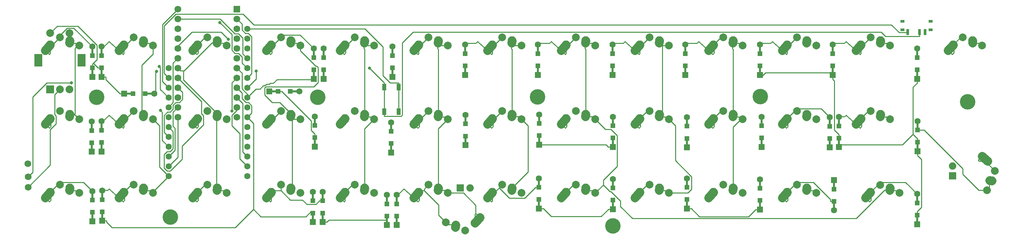
<source format=gbl>
G04 #@! TF.GenerationSoftware,KiCad,Pcbnew,(5.1.5)-3*
G04 #@! TF.CreationDate,2020-01-08T01:13:46+02:00*
G04 #@! TF.ProjectId,PRKL30,50524b4c-3330-42e6-9b69-6361645f7063,rev?*
G04 #@! TF.SameCoordinates,Original*
G04 #@! TF.FileFunction,Copper,L2,Bot*
G04 #@! TF.FilePolarity,Positive*
%FSLAX46Y46*%
G04 Gerber Fmt 4.6, Leading zero omitted, Abs format (unit mm)*
G04 Created by KiCad (PCBNEW (5.1.5)-3) date 2020-01-08 01:13:46*
%MOMM*%
%LPD*%
G04 APERTURE LIST*
%ADD10C,1.600000*%
%ADD11R,0.500000X2.500000*%
%ADD12R,1.600000X1.600000*%
%ADD13R,1.200000X1.200000*%
%ADD14C,1.752600*%
%ADD15R,1.752600X1.752600*%
%ADD16R,2.500000X0.500000*%
%ADD17C,2.250000*%
%ADD18C,2.250000*%
%ADD19C,2.000000*%
%ADD20C,1.905000*%
%ADD21R,1.905000X1.905000*%
%ADD22R,2.000000X2.000000*%
%ADD23R,2.000000X3.200000*%
%ADD24R,1.000000X1.700000*%
%ADD25R,0.700000X1.500000*%
%ADD26R,1.000000X0.800000*%
%ADD27C,4.000000*%
%ADD28C,0.800000*%
%ADD29C,0.250000*%
G04 APERTURE END LIST*
D10*
X90005000Y-68710000D03*
X90005000Y-71250000D03*
X90005000Y-73790000D03*
X90005000Y-76330000D03*
X90005000Y-78870000D03*
X90005000Y-81410000D03*
X90005000Y-83950000D03*
X90005000Y-86490000D03*
X90005000Y-89030000D03*
X90005000Y-96650000D03*
X90005000Y-91570000D03*
X90005000Y-94110000D03*
X110325000Y-58550000D03*
X110325000Y-61090000D03*
X110325000Y-63630000D03*
X110325000Y-66170000D03*
X110325000Y-68710000D03*
X110325000Y-71250000D03*
X110325000Y-73790000D03*
X110325000Y-76330000D03*
X110325000Y-78870000D03*
X110325000Y-81410000D03*
X110325000Y-83950000D03*
X110325000Y-86490000D03*
X110325000Y-89030000D03*
X110325000Y-91570000D03*
X110325000Y-94110000D03*
X110325000Y-96650000D03*
D11*
X127508000Y-64864000D03*
X127508000Y-70264000D03*
D10*
X127508000Y-63664000D03*
D12*
X127508000Y-71464000D03*
D13*
X127508000Y-69139000D03*
X127508000Y-65989000D03*
D14*
X92380000Y-53430000D03*
X107620000Y-81370000D03*
X92380000Y-55970000D03*
X92380000Y-58510000D03*
X92380000Y-61050000D03*
X92380000Y-63590000D03*
X92380000Y-66130000D03*
X92380000Y-68670000D03*
X92380000Y-71210000D03*
X92380000Y-73750000D03*
X92380000Y-76290000D03*
X92380000Y-78830000D03*
X92380000Y-81370000D03*
X107620000Y-78830000D03*
X107620000Y-76290000D03*
X107620000Y-73750000D03*
X107620000Y-71210000D03*
X107620000Y-68670000D03*
X107620000Y-66130000D03*
X107620000Y-63590000D03*
X107620000Y-61050000D03*
X107620000Y-58510000D03*
X107620000Y-55970000D03*
D15*
X107620000Y-53430000D03*
D11*
X70300000Y-64356000D03*
X70300000Y-69756000D03*
D10*
X70300000Y-63156000D03*
D12*
X70300000Y-70956000D03*
D13*
X70300000Y-68631000D03*
X70300000Y-65481000D03*
D11*
X72644000Y-64356000D03*
X72644000Y-69756000D03*
D10*
X72644000Y-63156000D03*
D12*
X72644000Y-70956000D03*
D13*
X72644000Y-68631000D03*
X72644000Y-65481000D03*
D16*
X85100000Y-75300000D03*
X79700000Y-75300000D03*
D10*
X86300000Y-75300000D03*
D12*
X78500000Y-75300000D03*
D13*
X80825000Y-75300000D03*
X83975000Y-75300000D03*
D11*
X130048000Y-64864000D03*
X130048000Y-70264000D03*
D10*
X130048000Y-63664000D03*
D12*
X130048000Y-71464000D03*
D13*
X130048000Y-69139000D03*
X130048000Y-65989000D03*
X147828000Y-65481000D03*
X147828000Y-68631000D03*
D12*
X147828000Y-70956000D03*
D10*
X147828000Y-63156000D03*
D11*
X147828000Y-69756000D03*
X147828000Y-64356000D03*
D13*
X166624000Y-64973000D03*
X166624000Y-68123000D03*
D12*
X166624000Y-70448000D03*
D10*
X166624000Y-62648000D03*
D11*
X166624000Y-69248000D03*
X166624000Y-63848000D03*
D13*
X185420000Y-64973000D03*
X185420000Y-68123000D03*
D12*
X185420000Y-70448000D03*
D10*
X185420000Y-62648000D03*
D11*
X185420000Y-69248000D03*
X185420000Y-63848000D03*
D13*
X204724000Y-64973000D03*
X204724000Y-68123000D03*
D12*
X204724000Y-70448000D03*
D10*
X204724000Y-62648000D03*
D11*
X204724000Y-69248000D03*
X204724000Y-63848000D03*
D13*
X223520000Y-64973000D03*
X223520000Y-68123000D03*
D12*
X223520000Y-70448000D03*
D10*
X223520000Y-62648000D03*
D11*
X223520000Y-69248000D03*
X223520000Y-63848000D03*
D13*
X242824000Y-64973000D03*
X242824000Y-68123000D03*
D12*
X242824000Y-70448000D03*
D10*
X242824000Y-62648000D03*
D11*
X242824000Y-69248000D03*
X242824000Y-63848000D03*
D13*
X261620000Y-64973000D03*
X261620000Y-68123000D03*
D12*
X261620000Y-70448000D03*
D10*
X261620000Y-62648000D03*
D11*
X261620000Y-69248000D03*
X261620000Y-63848000D03*
D13*
X283464000Y-65989000D03*
X283464000Y-69139000D03*
D12*
X283464000Y-71464000D03*
D10*
X283464000Y-63664000D03*
D11*
X283464000Y-70264000D03*
X283464000Y-64864000D03*
D13*
X70104000Y-84836000D03*
X70104000Y-87986000D03*
D12*
X70104000Y-90311000D03*
D10*
X70104000Y-82511000D03*
D11*
X70104000Y-89111000D03*
X70104000Y-83711000D03*
D13*
X72644000Y-84785000D03*
X72644000Y-87935000D03*
D12*
X72644000Y-90260000D03*
D10*
X72644000Y-82460000D03*
D11*
X72644000Y-89060000D03*
X72644000Y-83660000D03*
D13*
X121463000Y-74676000D03*
X118313000Y-74676000D03*
D12*
X115988000Y-74676000D03*
D10*
X123788000Y-74676000D03*
D16*
X117188000Y-74676000D03*
X122588000Y-74676000D03*
D13*
X127800000Y-83525000D03*
X127800000Y-86675000D03*
D12*
X127800000Y-89000000D03*
D10*
X127800000Y-81200000D03*
D11*
X127800000Y-87800000D03*
X127800000Y-82400000D03*
D13*
X147530000Y-85055000D03*
X147530000Y-88205000D03*
D12*
X147530000Y-90530000D03*
D10*
X147530000Y-82730000D03*
D11*
X147530000Y-89330000D03*
X147530000Y-83930000D03*
D13*
X166700000Y-83125000D03*
X166700000Y-86275000D03*
D12*
X166700000Y-88600000D03*
D10*
X166700000Y-80800000D03*
D11*
X166700000Y-87400000D03*
X166700000Y-82000000D03*
D13*
X185800000Y-83025000D03*
X185800000Y-86175000D03*
D12*
X185800000Y-88500000D03*
D10*
X185800000Y-80700000D03*
D11*
X185800000Y-87300000D03*
X185800000Y-81900000D03*
X204800000Y-82500000D03*
X204800000Y-87900000D03*
D10*
X204800000Y-81300000D03*
D12*
X204800000Y-89100000D03*
D13*
X204800000Y-86775000D03*
X204800000Y-83625000D03*
D11*
X224000000Y-82600000D03*
X224000000Y-88000000D03*
D10*
X224000000Y-81400000D03*
D12*
X224000000Y-89200000D03*
D13*
X224000000Y-86875000D03*
X224000000Y-83725000D03*
D11*
X243300000Y-82500000D03*
X243300000Y-87900000D03*
D10*
X243300000Y-81300000D03*
D12*
X243300000Y-89100000D03*
D13*
X243300000Y-86775000D03*
X243300000Y-83625000D03*
D11*
X260880000Y-82610000D03*
X260880000Y-88010000D03*
D10*
X260880000Y-81410000D03*
D12*
X260880000Y-89210000D03*
D13*
X260880000Y-86885000D03*
X260880000Y-83735000D03*
D11*
X263260000Y-82550000D03*
X263260000Y-87950000D03*
D10*
X263260000Y-81350000D03*
D12*
X263260000Y-89150000D03*
D13*
X263260000Y-86825000D03*
X263260000Y-83675000D03*
D11*
X70300000Y-101700000D03*
X70300000Y-107100000D03*
D10*
X70300000Y-100500000D03*
D12*
X70300000Y-108300000D03*
D13*
X70300000Y-105975000D03*
X70300000Y-102825000D03*
D11*
X72800000Y-101600000D03*
X72800000Y-107000000D03*
D10*
X72800000Y-100400000D03*
D12*
X72800000Y-108200000D03*
D13*
X72800000Y-105875000D03*
X72800000Y-102725000D03*
D11*
X127300000Y-101900000D03*
X127300000Y-107300000D03*
D10*
X127300000Y-100700000D03*
D12*
X127300000Y-108500000D03*
D13*
X127300000Y-106175000D03*
X127300000Y-103025000D03*
D11*
X129800000Y-101900000D03*
X129800000Y-107300000D03*
D10*
X129800000Y-100700000D03*
D12*
X129800000Y-108500000D03*
D13*
X129800000Y-106175000D03*
X129800000Y-103025000D03*
D11*
X146420000Y-102680000D03*
X146420000Y-108080000D03*
D10*
X146420000Y-101480000D03*
D12*
X146420000Y-109280000D03*
D13*
X146420000Y-106955000D03*
X146420000Y-103805000D03*
D11*
X148930000Y-102700000D03*
X148930000Y-108100000D03*
D10*
X148930000Y-101500000D03*
D12*
X148930000Y-109300000D03*
D13*
X148930000Y-106975000D03*
X148930000Y-103825000D03*
D11*
X185740000Y-98410000D03*
X185740000Y-103810000D03*
D10*
X185740000Y-97210000D03*
D12*
X185740000Y-105010000D03*
D13*
X185740000Y-102685000D03*
X185740000Y-99535000D03*
D11*
X204870000Y-98580000D03*
X204870000Y-103980000D03*
D10*
X204870000Y-97380000D03*
D12*
X204870000Y-105180000D03*
D13*
X204870000Y-102855000D03*
X204870000Y-99705000D03*
D11*
X224000000Y-98410000D03*
X224000000Y-103810000D03*
D10*
X224000000Y-97210000D03*
D12*
X224000000Y-105010000D03*
D13*
X224000000Y-102685000D03*
X224000000Y-99535000D03*
X242850000Y-99785000D03*
X242850000Y-102935000D03*
D12*
X242850000Y-105260000D03*
D10*
X242850000Y-97460000D03*
D11*
X242850000Y-104060000D03*
X242850000Y-98660000D03*
D13*
X261980000Y-103140000D03*
X261980000Y-99990000D03*
D12*
X261980000Y-97665000D03*
D10*
X261980000Y-105465000D03*
D11*
X261980000Y-98865000D03*
X261980000Y-104265000D03*
D13*
X283464000Y-103581000D03*
X283464000Y-106731000D03*
D12*
X283464000Y-109056000D03*
D10*
X283464000Y-101256000D03*
D11*
X283464000Y-107856000D03*
X283464000Y-102456000D03*
D17*
X164188000Y-109275000D02*
X164148458Y-109855032D01*
D18*
X164148000Y-109855000D03*
D17*
X170498000Y-107315000D02*
X169188010Y-108775008D01*
D18*
X169188000Y-108775000D03*
D19*
X161688000Y-108575000D03*
X166688000Y-110675000D03*
D20*
X167958000Y-99695000D03*
D21*
X165418000Y-99695000D03*
D22*
X59412500Y-74175000D03*
D19*
X61912500Y-74175000D03*
X64412500Y-74175000D03*
D23*
X56312500Y-66675000D03*
X67512500Y-66675000D03*
D19*
X59412500Y-59675000D03*
X64412500Y-59675000D03*
D24*
X145700000Y-73650000D03*
X145700000Y-79950000D03*
X149500000Y-73650000D03*
X149500000Y-79950000D03*
D17*
X302200000Y-97750000D02*
X302780032Y-97789542D01*
D18*
X302780000Y-97790000D03*
D17*
X300240000Y-91440000D02*
X301700008Y-92749990D01*
D18*
X301700000Y-92750000D03*
D19*
X301500000Y-100250000D03*
X303600000Y-95250000D03*
D20*
X292620000Y-93980000D03*
D21*
X292620000Y-96520000D03*
D17*
X64412500Y-62175000D02*
X64452042Y-61594968D01*
D18*
X64452500Y-61595000D03*
D17*
X58102500Y-64135000D02*
X59412490Y-62674992D01*
D18*
X59412500Y-62675000D03*
D19*
X66912500Y-62875000D03*
X61912500Y-60775000D03*
X80962500Y-60775000D03*
X85962500Y-62875000D03*
D18*
X78462500Y-62675000D03*
D17*
X77152500Y-64135000D02*
X78462490Y-62674992D01*
D18*
X83502500Y-61595000D03*
D17*
X83462500Y-62175000D02*
X83502042Y-61594968D01*
X102512000Y-62175000D02*
X102551542Y-61594968D01*
D18*
X102552000Y-61595000D03*
D17*
X96202000Y-64135000D02*
X97511990Y-62674992D01*
D18*
X97512000Y-62675000D03*
D19*
X105012000Y-62875000D03*
X100012000Y-60775000D03*
X119062000Y-60775000D03*
X124062000Y-62875000D03*
D18*
X116562000Y-62675000D03*
D17*
X115252000Y-64135000D02*
X116561990Y-62674992D01*
D18*
X121602000Y-61595000D03*
D17*
X121562000Y-62175000D02*
X121601542Y-61594968D01*
D19*
X138112000Y-60775000D03*
X143112000Y-62875000D03*
D18*
X135612000Y-62675000D03*
D17*
X134302000Y-64135000D02*
X135611990Y-62674992D01*
D18*
X140652000Y-61595000D03*
D17*
X140612000Y-62175000D02*
X140651542Y-61594968D01*
D19*
X157162000Y-60775000D03*
X162162000Y-62875000D03*
D18*
X154662000Y-62675000D03*
D17*
X153352000Y-64135000D02*
X154661990Y-62674992D01*
D18*
X159702000Y-61595000D03*
D17*
X159662000Y-62175000D02*
X159701542Y-61594968D01*
D19*
X176212000Y-60775000D03*
X181212000Y-62875000D03*
D18*
X173712000Y-62675000D03*
D17*
X172402000Y-64135000D02*
X173711990Y-62674992D01*
D18*
X178752000Y-61595000D03*
D17*
X178712000Y-62175000D02*
X178751542Y-61594968D01*
D19*
X195262000Y-60775000D03*
X200262000Y-62875000D03*
D18*
X192762000Y-62675000D03*
D17*
X191452000Y-64135000D02*
X192761990Y-62674992D01*
D18*
X197802000Y-61595000D03*
D17*
X197762000Y-62175000D02*
X197801542Y-61594968D01*
D19*
X214312000Y-60775000D03*
X219312000Y-62875000D03*
D18*
X211812000Y-62675000D03*
D17*
X210502000Y-64135000D02*
X211811990Y-62674992D01*
D18*
X216852000Y-61595000D03*
D17*
X216812000Y-62175000D02*
X216851542Y-61594968D01*
X235862000Y-62175000D02*
X235901542Y-61594968D01*
D18*
X235902000Y-61595000D03*
D17*
X229552000Y-64135000D02*
X230861990Y-62674992D01*
D18*
X230862000Y-62675000D03*
D19*
X238362000Y-62875000D03*
X233362000Y-60775000D03*
X252412000Y-60775000D03*
X257412000Y-62875000D03*
D18*
X249912000Y-62675000D03*
D17*
X248602000Y-64135000D02*
X249911990Y-62674992D01*
D18*
X254952000Y-61595000D03*
D17*
X254912000Y-62175000D02*
X254951542Y-61594968D01*
D19*
X271462000Y-60775000D03*
X276462000Y-62875000D03*
D18*
X268962000Y-62675000D03*
D17*
X267652000Y-64135000D02*
X268961990Y-62674992D01*
D18*
X274002000Y-61595000D03*
D17*
X273962000Y-62175000D02*
X274001542Y-61594968D01*
D19*
X61912500Y-79825000D03*
X66912500Y-81925000D03*
D18*
X59412500Y-81725000D03*
D17*
X58102500Y-83185000D02*
X59412490Y-81724992D01*
D18*
X64452500Y-80645000D03*
D17*
X64412500Y-81225000D02*
X64452042Y-80644968D01*
D19*
X80962500Y-79825000D03*
X85962500Y-81925000D03*
D18*
X78462500Y-81725000D03*
D17*
X77152500Y-83185000D02*
X78462490Y-81724992D01*
D18*
X83502500Y-80645000D03*
D17*
X83462500Y-81225000D02*
X83502042Y-80644968D01*
D19*
X100012000Y-79825000D03*
X105012000Y-81925000D03*
D18*
X97512000Y-81725000D03*
D17*
X96202000Y-83185000D02*
X97511990Y-81724992D01*
D18*
X102552000Y-80645000D03*
D17*
X102512000Y-81225000D02*
X102551542Y-80644968D01*
D19*
X119062000Y-79825000D03*
X124062000Y-81925000D03*
D18*
X116562000Y-81725000D03*
D17*
X115252000Y-83185000D02*
X116561990Y-81724992D01*
D18*
X121602000Y-80645000D03*
D17*
X121562000Y-81225000D02*
X121601542Y-80644968D01*
D19*
X138112000Y-79825000D03*
X143112000Y-81925000D03*
D18*
X135612000Y-81725000D03*
D17*
X134302000Y-83185000D02*
X135611990Y-81724992D01*
D18*
X140652000Y-80645000D03*
D17*
X140612000Y-81225000D02*
X140651542Y-80644968D01*
D19*
X157162000Y-79825000D03*
X162162000Y-81925000D03*
D18*
X154662000Y-81725000D03*
D17*
X153352000Y-83185000D02*
X154661990Y-81724992D01*
D18*
X159702000Y-80645000D03*
D17*
X159662000Y-81225000D02*
X159701542Y-80644968D01*
D19*
X176212000Y-79825000D03*
X181212000Y-81925000D03*
D18*
X173712000Y-81725000D03*
D17*
X172402000Y-83185000D02*
X173711990Y-81724992D01*
D18*
X178752000Y-80645000D03*
D17*
X178712000Y-81225000D02*
X178751542Y-80644968D01*
D19*
X195262000Y-79825000D03*
X200262000Y-81925000D03*
D18*
X192762000Y-81725000D03*
D17*
X191452000Y-83185000D02*
X192761990Y-81724992D01*
D18*
X197802000Y-80645000D03*
D17*
X197762000Y-81225000D02*
X197801542Y-80644968D01*
X216812000Y-81225000D02*
X216851542Y-80644968D01*
D18*
X216852000Y-80645000D03*
D17*
X210502000Y-83185000D02*
X211811990Y-81724992D01*
D18*
X211812000Y-81725000D03*
D19*
X219312000Y-81925000D03*
X214312000Y-79825000D03*
D17*
X235862000Y-81225000D02*
X235901542Y-80644968D01*
D18*
X235902000Y-80645000D03*
D17*
X229552000Y-83185000D02*
X230861990Y-81724992D01*
D18*
X230862000Y-81725000D03*
D19*
X238362000Y-81925000D03*
X233362000Y-79825000D03*
D17*
X254912000Y-81225000D02*
X254951542Y-80644968D01*
D18*
X254952000Y-80645000D03*
D17*
X248602000Y-83185000D02*
X249911990Y-81724992D01*
D18*
X249912000Y-81725000D03*
D19*
X257412000Y-81925000D03*
X252412000Y-79825000D03*
D17*
X273962000Y-81225000D02*
X274001542Y-80644968D01*
D18*
X274002000Y-80645000D03*
D17*
X267652000Y-83185000D02*
X268961990Y-81724992D01*
D18*
X268962000Y-81725000D03*
D19*
X276462000Y-81925000D03*
X271462000Y-79825000D03*
D17*
X64412500Y-100275000D02*
X64452042Y-99694968D01*
D18*
X64452500Y-99695000D03*
D17*
X58102500Y-102235000D02*
X59412490Y-100774992D01*
D18*
X59412500Y-100775000D03*
D19*
X66912500Y-100975000D03*
X61912500Y-98875000D03*
D17*
X83462500Y-100275000D02*
X83502042Y-99694968D01*
D18*
X83502500Y-99695000D03*
D17*
X77152500Y-102235000D02*
X78462490Y-100774992D01*
D18*
X78462500Y-100775000D03*
D19*
X85962500Y-100975000D03*
X80962500Y-98875000D03*
D17*
X102512000Y-100275000D02*
X102551542Y-99694968D01*
D18*
X102552000Y-99695000D03*
D17*
X96202000Y-102235000D02*
X97511990Y-100774992D01*
D18*
X97512000Y-100775000D03*
D19*
X105012000Y-100975000D03*
X100012000Y-98875000D03*
D17*
X121562000Y-100275000D02*
X121601542Y-99694968D01*
D18*
X121602000Y-99695000D03*
D17*
X115252000Y-102235000D02*
X116561990Y-100774992D01*
D18*
X116562000Y-100775000D03*
D19*
X124062000Y-100975000D03*
X119062000Y-98875000D03*
D17*
X140612000Y-100275000D02*
X140651542Y-99694968D01*
D18*
X140652000Y-99695000D03*
D17*
X134302000Y-102235000D02*
X135611990Y-100774992D01*
D18*
X135612000Y-100775000D03*
D19*
X143112000Y-100975000D03*
X138112000Y-98875000D03*
X157162000Y-98875000D03*
X162162000Y-100975000D03*
D18*
X154662000Y-100775000D03*
D17*
X153352000Y-102235000D02*
X154661990Y-100774992D01*
D18*
X159702000Y-99695000D03*
D17*
X159662000Y-100275000D02*
X159701542Y-99694968D01*
X178712000Y-100275000D02*
X178751542Y-99694968D01*
D18*
X178752000Y-99695000D03*
D17*
X172402000Y-102235000D02*
X173711990Y-100774992D01*
D18*
X173712000Y-100775000D03*
D19*
X181212000Y-100975000D03*
X176212000Y-98875000D03*
D17*
X197762000Y-100275000D02*
X197801542Y-99694968D01*
D18*
X197802000Y-99695000D03*
D17*
X191452000Y-102235000D02*
X192761990Y-100774992D01*
D18*
X192762000Y-100775000D03*
D19*
X200262000Y-100975000D03*
X195262000Y-98875000D03*
D17*
X216812000Y-100275000D02*
X216851542Y-99694968D01*
D18*
X216852000Y-99695000D03*
D17*
X210502000Y-102235000D02*
X211811990Y-100774992D01*
D18*
X211812000Y-100775000D03*
D19*
X219312000Y-100975000D03*
X214312000Y-98875000D03*
D17*
X235862000Y-100275000D02*
X235901542Y-99694968D01*
D18*
X235902000Y-99695000D03*
D17*
X229552000Y-102235000D02*
X230861990Y-100774992D01*
D18*
X230862000Y-100775000D03*
D19*
X238362000Y-100975000D03*
X233362000Y-98875000D03*
D17*
X254912000Y-100275000D02*
X254951542Y-99694968D01*
D18*
X254952000Y-99695000D03*
D17*
X248602000Y-102235000D02*
X249911990Y-100774992D01*
D18*
X249912000Y-100775000D03*
D19*
X257412000Y-100975000D03*
X252412000Y-98875000D03*
D17*
X276400000Y-100300000D02*
X276439542Y-99719968D01*
D18*
X276440000Y-99720000D03*
D17*
X270090000Y-102260000D02*
X271399990Y-100799992D01*
D18*
X271400000Y-100800000D03*
D19*
X278900000Y-101000000D03*
X273900000Y-98900000D03*
D17*
X297775000Y-62175000D02*
X297814542Y-61594968D01*
D18*
X297815000Y-61595000D03*
D17*
X291465000Y-64135000D02*
X292774990Y-62674992D01*
D18*
X292775000Y-62675000D03*
D19*
X300275000Y-62875000D03*
X295275000Y-60775000D03*
D13*
X283600000Y-84725000D03*
X283600000Y-87875000D03*
D12*
X283600000Y-90200000D03*
D10*
X283600000Y-82400000D03*
D11*
X283600000Y-89000000D03*
X283600000Y-83600000D03*
D14*
X53700000Y-96800000D03*
X53700000Y-99500000D03*
X53600000Y-93400000D03*
D25*
X281050000Y-59430000D03*
X284050000Y-59430000D03*
X285550000Y-59430000D03*
D26*
X279650000Y-56570000D03*
X286950000Y-56570000D03*
X286950000Y-58780000D03*
X279650000Y-58780000D03*
D27*
X71420000Y-76220000D03*
X128520000Y-76250000D03*
X185390000Y-76190000D03*
X90450000Y-107200000D03*
X242900000Y-76030000D03*
X204810000Y-109540000D03*
X296510000Y-77420000D03*
D28*
X86867100Y-69561900D03*
X106372500Y-79788700D03*
X87539600Y-68319300D03*
X105451300Y-61271900D03*
X87875200Y-79648900D03*
X103232700Y-56909900D03*
X141942500Y-68717200D03*
X64896400Y-72548300D03*
X112597300Y-69480500D03*
D29*
X70300000Y-63156000D02*
X70300000Y-64356000D01*
X61912500Y-60775000D02*
X61912500Y-60215900D01*
X61912500Y-60215900D02*
X63778700Y-58349700D01*
X63778700Y-58349700D02*
X65493700Y-58349700D01*
X65493700Y-58349700D02*
X70300000Y-63156000D01*
X59412500Y-62675000D02*
X59412500Y-64900400D01*
X59412500Y-64900400D02*
X59196400Y-65116500D01*
X61912500Y-60775000D02*
X60012500Y-62675000D01*
X60012500Y-62675000D02*
X59412500Y-62675000D01*
X58102500Y-64135000D02*
X59196400Y-65116500D01*
X70300000Y-65481000D02*
X70300000Y-64356000D01*
X72644000Y-63156000D02*
X73267400Y-63156000D01*
X73267400Y-63156000D02*
X74588700Y-61834700D01*
X77152500Y-64135000D02*
X74588700Y-61834700D01*
X72644000Y-63156000D02*
X72644000Y-64356000D01*
X77152500Y-64135000D02*
X78246400Y-65116500D01*
X78462500Y-62675000D02*
X78462500Y-64900400D01*
X78462500Y-64900400D02*
X78246400Y-65116500D01*
X80962500Y-60775000D02*
X79062500Y-62675000D01*
X79062500Y-62675000D02*
X78462500Y-62675000D01*
X72644000Y-65481000D02*
X72644000Y-64356000D01*
X96202000Y-64135000D02*
X97295900Y-65116500D01*
X97512000Y-62675000D02*
X97512000Y-63348700D01*
X97512000Y-63348700D02*
X97674600Y-63511300D01*
X97674600Y-63511300D02*
X97674600Y-64737800D01*
X97674600Y-64737800D02*
X97295900Y-65116500D01*
X100012000Y-60775000D02*
X99412000Y-60775000D01*
X99412000Y-60775000D02*
X97512000Y-62675000D01*
X86675300Y-75300000D02*
X86675300Y-69753700D01*
X86675300Y-69753700D02*
X86867100Y-69561900D01*
X86300000Y-75300000D02*
X86675300Y-75300000D01*
X85100000Y-75300000D02*
X86300000Y-75300000D01*
X85100000Y-75300000D02*
X83975000Y-75300000D01*
X119062000Y-60775000D02*
X119721300Y-60115700D01*
X119721300Y-60115700D02*
X123959700Y-60115700D01*
X123959700Y-60115700D02*
X127508000Y-63664000D01*
X116562000Y-62675000D02*
X117162000Y-62675000D01*
X117162000Y-62675000D02*
X119062000Y-60775000D01*
X115252000Y-64135000D02*
X116345900Y-65116500D01*
X116345900Y-65116500D02*
X116724600Y-64737800D01*
X116724600Y-64737800D02*
X116724600Y-63511300D01*
X116724600Y-63511300D02*
X116562000Y-63348700D01*
X116562000Y-63348700D02*
X116562000Y-62675000D01*
X127508000Y-63664000D02*
X127508000Y-64864000D01*
X127508000Y-65989000D02*
X127508000Y-64864000D01*
X135612000Y-62675000D02*
X136212000Y-62675000D01*
X136212000Y-62675000D02*
X138112000Y-60775000D01*
X135395900Y-65116500D02*
X135774600Y-64737800D01*
X135774600Y-64737800D02*
X135774600Y-63511300D01*
X135774600Y-63511300D02*
X135612000Y-63348700D01*
X135612000Y-63348700D02*
X135612000Y-62675000D01*
X130048000Y-63664000D02*
X130048000Y-64864000D01*
X130048000Y-65989000D02*
X130048000Y-64864000D01*
X134302000Y-64135000D02*
X135395900Y-65116500D01*
X154662000Y-62675000D02*
X155262000Y-62675000D01*
X155262000Y-62675000D02*
X157162000Y-60775000D01*
X154662000Y-62675000D02*
X154662000Y-64900400D01*
X154662000Y-64900400D02*
X154445900Y-65116500D01*
X153352000Y-64135000D02*
X154445900Y-65116500D01*
X147828000Y-64356000D02*
X147828000Y-63156000D01*
X147828000Y-64356000D02*
X147828000Y-65481000D01*
X173712000Y-62675000D02*
X173712000Y-64900400D01*
X173712000Y-64900400D02*
X173495900Y-65116500D01*
X176212000Y-60775000D02*
X174312000Y-62675000D01*
X174312000Y-62675000D02*
X173712000Y-62675000D01*
X172402000Y-64135000D02*
X173495900Y-65116500D01*
X172402000Y-64135000D02*
X169838200Y-61834700D01*
X166624000Y-62648000D02*
X166624000Y-62272700D01*
X166624000Y-63848000D02*
X166624000Y-62648000D01*
X169838200Y-61834700D02*
X169400200Y-62272700D01*
X169400200Y-62272700D02*
X166624000Y-62272700D01*
X166624000Y-63848000D02*
X166624000Y-64973000D01*
X192762000Y-62675000D02*
X192762000Y-64900400D01*
X192762000Y-64900400D02*
X192545900Y-65116500D01*
X195262000Y-60775000D02*
X193362000Y-62675000D01*
X193362000Y-62675000D02*
X192762000Y-62675000D01*
X191452000Y-64135000D02*
X192545900Y-65116500D01*
X191452000Y-64135000D02*
X188888200Y-61834700D01*
X185420000Y-62648000D02*
X185420000Y-62272700D01*
X185420000Y-63848000D02*
X185420000Y-62648000D01*
X188888200Y-61834700D02*
X188450200Y-62272700D01*
X188450200Y-62272700D02*
X185420000Y-62272700D01*
X185420000Y-63848000D02*
X185420000Y-64973000D01*
X211812000Y-62675000D02*
X211812000Y-64900400D01*
X211812000Y-64900400D02*
X211595900Y-65116500D01*
X214312000Y-60775000D02*
X212412000Y-62675000D01*
X212412000Y-62675000D02*
X211812000Y-62675000D01*
X210502000Y-64135000D02*
X211595900Y-65116500D01*
X210502000Y-64135000D02*
X207938200Y-61834700D01*
X204724000Y-62648000D02*
X204724000Y-62272700D01*
X204724000Y-63848000D02*
X204724000Y-62648000D01*
X207938200Y-61834700D02*
X207500200Y-62272700D01*
X207500200Y-62272700D02*
X204724000Y-62272700D01*
X204724000Y-63848000D02*
X204724000Y-64973000D01*
X229552000Y-64135000D02*
X230645900Y-65116500D01*
X230862000Y-62675000D02*
X230862000Y-63348700D01*
X230862000Y-63348700D02*
X231024600Y-63511300D01*
X231024600Y-63511300D02*
X231024600Y-64737800D01*
X231024600Y-64737800D02*
X230645900Y-65116500D01*
X233362000Y-60775000D02*
X232762000Y-60775000D01*
X232762000Y-60775000D02*
X230862000Y-62675000D01*
X223520000Y-62648000D02*
X223520000Y-62272700D01*
X223520000Y-63848000D02*
X223520000Y-62648000D01*
X226988200Y-61834700D02*
X226550200Y-62272700D01*
X226550200Y-62272700D02*
X223520000Y-62272700D01*
X229552000Y-64135000D02*
X226988200Y-61834700D01*
X223520000Y-63848000D02*
X223520000Y-64973000D01*
X249912000Y-62675000D02*
X249912000Y-64900400D01*
X249912000Y-64900400D02*
X249695900Y-65116500D01*
X252412000Y-60775000D02*
X250512000Y-62675000D01*
X250512000Y-62675000D02*
X249912000Y-62675000D01*
X248602000Y-64135000D02*
X249695900Y-65116500D01*
X248602000Y-64135000D02*
X246038200Y-61834700D01*
X242824000Y-62648000D02*
X242824000Y-62272700D01*
X242824000Y-63848000D02*
X242824000Y-62648000D01*
X246038200Y-61834700D02*
X245600200Y-62272700D01*
X245600200Y-62272700D02*
X242824000Y-62272700D01*
X242824000Y-63848000D02*
X242824000Y-64973000D01*
X268962000Y-62675000D02*
X268962000Y-64900400D01*
X268962000Y-64900400D02*
X268745900Y-65116500D01*
X271462000Y-60775000D02*
X269562000Y-62675000D01*
X269562000Y-62675000D02*
X268962000Y-62675000D01*
X267652000Y-64135000D02*
X268745900Y-65116500D01*
X267652000Y-64135000D02*
X265088200Y-61834700D01*
X261620000Y-62648000D02*
X261620000Y-62272700D01*
X261620000Y-63848000D02*
X261620000Y-62648000D01*
X265088200Y-61834700D02*
X264650200Y-62272700D01*
X264650200Y-62272700D02*
X261620000Y-62272700D01*
X261620000Y-63848000D02*
X261620000Y-64973000D01*
X291465000Y-64135000D02*
X292558900Y-65116500D01*
X292775000Y-62675000D02*
X292775000Y-63348700D01*
X292775000Y-63348700D02*
X292937600Y-63511300D01*
X292937600Y-63511300D02*
X292937600Y-64737800D01*
X292937600Y-64737800D02*
X292558900Y-65116500D01*
X295275000Y-60775000D02*
X294675000Y-60775000D01*
X294675000Y-60775000D02*
X292775000Y-62675000D01*
X283464000Y-63664000D02*
X283464000Y-64864000D01*
X283464000Y-64864000D02*
X283464000Y-65989000D01*
X58102500Y-83185000D02*
X59196400Y-84166500D01*
X59196400Y-84166500D02*
X59575100Y-83787800D01*
X59575100Y-83787800D02*
X59575100Y-82561300D01*
X59575100Y-82561300D02*
X59412500Y-82398700D01*
X59412500Y-82398700D02*
X59412500Y-81725000D01*
X70104000Y-82511000D02*
X70104000Y-83711000D01*
X70104000Y-83711000D02*
X70104000Y-84836000D01*
X78462500Y-81725000D02*
X78462500Y-83950400D01*
X78462500Y-83950400D02*
X78246400Y-84166500D01*
X80962500Y-79825000D02*
X79062500Y-81725000D01*
X79062500Y-81725000D02*
X78462500Y-81725000D01*
X77152500Y-83185000D02*
X78246400Y-84166500D01*
X77152500Y-83185000D02*
X74588700Y-80884700D01*
X72644000Y-82460000D02*
X73013400Y-82460000D01*
X73013400Y-82460000D02*
X74588700Y-80884700D01*
X72644000Y-82460000D02*
X72644000Y-83660000D01*
X72644000Y-83660000D02*
X72644000Y-84785000D01*
X96202000Y-83185000D02*
X97295900Y-84166500D01*
X97295900Y-84166500D02*
X97674600Y-83787800D01*
X97674600Y-83787800D02*
X97674600Y-82561300D01*
X97674600Y-82561300D02*
X97512000Y-82398700D01*
X97512000Y-82398700D02*
X97512000Y-81725000D01*
X122588000Y-74676000D02*
X121463000Y-74676000D01*
X123788000Y-74676000D02*
X122588000Y-74676000D01*
X116562000Y-81725000D02*
X117162000Y-81725000D01*
X117162000Y-81725000D02*
X119062000Y-79825000D01*
X127800000Y-81200000D02*
X127800000Y-82400000D01*
X127800000Y-82400000D02*
X127800000Y-83525000D01*
X147530000Y-82730000D02*
X147530000Y-83930000D01*
X147530000Y-83930000D02*
X147530000Y-85055000D01*
X153352000Y-83185000D02*
X154445900Y-84166500D01*
X154445900Y-84166500D02*
X154824600Y-83787800D01*
X154824600Y-83787800D02*
X154824600Y-82561300D01*
X154824600Y-82561300D02*
X154662000Y-82398700D01*
X154662000Y-82398700D02*
X154662000Y-81725000D01*
X154662000Y-81725000D02*
X155262000Y-81725000D01*
X155262000Y-81725000D02*
X157162000Y-79825000D01*
X166700000Y-80800000D02*
X166700000Y-82000000D01*
X166700000Y-82000000D02*
X166700000Y-83125000D01*
X172402000Y-83185000D02*
X173495900Y-84166500D01*
X173495900Y-84166500D02*
X173874600Y-83787800D01*
X173874600Y-83787800D02*
X173874600Y-82561300D01*
X173874600Y-82561300D02*
X173712000Y-82398700D01*
X173712000Y-82398700D02*
X173712000Y-81725000D01*
X185800000Y-80700000D02*
X185800000Y-81900000D01*
X185800000Y-81900000D02*
X185800000Y-83025000D01*
X173712000Y-81725000D02*
X174312000Y-81725000D01*
X174312000Y-81725000D02*
X176212000Y-79825000D01*
X204800000Y-82500000D02*
X204800000Y-83625000D01*
X192545900Y-84166500D02*
X192924600Y-83787800D01*
X192924600Y-83787800D02*
X192924600Y-82561300D01*
X192924600Y-82561300D02*
X192762000Y-82398700D01*
X192762000Y-82398700D02*
X192762000Y-81725000D01*
X204800000Y-81300000D02*
X204800000Y-82500000D01*
X191452000Y-83185000D02*
X192545900Y-84166500D01*
X210502000Y-83185000D02*
X211595900Y-84166500D01*
X211812000Y-81725000D02*
X211812000Y-82398700D01*
X211812000Y-82398700D02*
X211974600Y-82561300D01*
X211974600Y-82561300D02*
X211974600Y-83787800D01*
X211974600Y-83787800D02*
X211595900Y-84166500D01*
X214312000Y-79825000D02*
X213712000Y-79825000D01*
X213712000Y-79825000D02*
X211812000Y-81725000D01*
X224000000Y-81400000D02*
X224000000Y-82600000D01*
X224000000Y-83725000D02*
X224000000Y-82600000D01*
X229552000Y-83185000D02*
X230645900Y-84166500D01*
X230862000Y-81725000D02*
X230862000Y-82398700D01*
X230862000Y-82398700D02*
X231024600Y-82561300D01*
X231024600Y-82561300D02*
X231024600Y-83787800D01*
X231024600Y-83787800D02*
X230645900Y-84166500D01*
X233362000Y-79825000D02*
X232762000Y-79825000D01*
X232762000Y-79825000D02*
X230862000Y-81725000D01*
X243300000Y-81300000D02*
X243300000Y-82500000D01*
X243300000Y-83625000D02*
X243300000Y-82500000D01*
X252412000Y-79825000D02*
X253044900Y-79192100D01*
X253044900Y-79192100D02*
X258662100Y-79192100D01*
X258662100Y-79192100D02*
X260880000Y-81410000D01*
X252412000Y-79825000D02*
X251812000Y-79825000D01*
X251812000Y-79825000D02*
X249912000Y-81725000D01*
X248602000Y-83185000D02*
X249695900Y-84166500D01*
X249912000Y-81725000D02*
X249912000Y-82398700D01*
X249912000Y-82398700D02*
X250074600Y-82561300D01*
X250074600Y-82561300D02*
X250074600Y-83787800D01*
X250074600Y-83787800D02*
X249695900Y-84166500D01*
X260880000Y-82610000D02*
X260880000Y-83735000D01*
X260880000Y-81410000D02*
X260880000Y-82610000D01*
X267652000Y-83185000D02*
X268745900Y-84166500D01*
X268962000Y-81725000D02*
X268962000Y-82398700D01*
X268962000Y-82398700D02*
X269124600Y-82561300D01*
X269124600Y-82561300D02*
X269124600Y-83787800D01*
X269124600Y-83787800D02*
X268745900Y-84166500D01*
X271462000Y-79825000D02*
X270862000Y-79825000D01*
X270862000Y-79825000D02*
X268962000Y-81725000D01*
X263260000Y-82550000D02*
X263260000Y-81350000D01*
X263260000Y-81350000D02*
X263860000Y-81350000D01*
X263860000Y-81350000D02*
X263941500Y-81268500D01*
X263941500Y-81268500D02*
X264704400Y-81268500D01*
X264704400Y-81268500D02*
X265088200Y-80884700D01*
X267652000Y-83185000D02*
X265088200Y-80884700D01*
X263260000Y-83675000D02*
X263260000Y-82550000D01*
X58102500Y-102235000D02*
X59196400Y-103216500D01*
X59412500Y-100775000D02*
X59412500Y-101448700D01*
X59412500Y-101448700D02*
X59575100Y-101611300D01*
X59575100Y-101611300D02*
X59575100Y-102837800D01*
X59575100Y-102837800D02*
X59196400Y-103216500D01*
X61912500Y-98875000D02*
X61312500Y-98875000D01*
X61312500Y-98875000D02*
X59412500Y-100775000D01*
X61912500Y-98875000D02*
X62562400Y-98225100D01*
X62562400Y-98225100D02*
X68025100Y-98225100D01*
X68025100Y-98225100D02*
X70300000Y-100500000D01*
X70300000Y-101700000D02*
X70300000Y-102825000D01*
X70300000Y-100500000D02*
X70300000Y-101700000D01*
X77152500Y-102235000D02*
X78246400Y-103216500D01*
X78462500Y-100775000D02*
X78462500Y-101448700D01*
X78462500Y-101448700D02*
X78625100Y-101611300D01*
X78625100Y-101611300D02*
X78625100Y-102837800D01*
X78625100Y-102837800D02*
X78246400Y-103216500D01*
X80962500Y-98875000D02*
X80362500Y-98875000D01*
X80362500Y-98875000D02*
X78462500Y-100775000D01*
X72800000Y-101600000D02*
X72800000Y-100400000D01*
X72800000Y-100400000D02*
X73360400Y-100400000D01*
X73360400Y-100400000D02*
X73461700Y-100298700D01*
X73461700Y-100298700D02*
X74224700Y-100298700D01*
X74224700Y-100298700D02*
X74588700Y-99934700D01*
X77152500Y-102235000D02*
X74588700Y-99934700D01*
X72800000Y-102725000D02*
X72800000Y-101600000D01*
X96202000Y-102235000D02*
X97295900Y-103216500D01*
X97512000Y-100775000D02*
X97512000Y-101448700D01*
X97512000Y-101448700D02*
X97674600Y-101611300D01*
X97674600Y-101611300D02*
X97674600Y-102837800D01*
X97674600Y-102837800D02*
X97295900Y-103216500D01*
X100012000Y-98875000D02*
X99412000Y-98875000D01*
X99412000Y-98875000D02*
X97512000Y-100775000D01*
X127300000Y-100700000D02*
X127300000Y-101900000D01*
X127300000Y-103025000D02*
X127300000Y-101900000D01*
X119062000Y-100408500D02*
X119062000Y-98875000D01*
X128874700Y-103025000D02*
X128874700Y-103140800D01*
X128874700Y-103140800D02*
X128065200Y-103950300D01*
X128065200Y-103950300D02*
X125737300Y-103950300D01*
X125737300Y-103950300D02*
X124577600Y-102790600D01*
X124577600Y-102790600D02*
X121444100Y-102790600D01*
X121444100Y-102790600D02*
X119062000Y-100408500D01*
X119062000Y-100408500D02*
X116928500Y-100408500D01*
X116928500Y-100408500D02*
X116562000Y-100775000D01*
X129337400Y-103025000D02*
X129800000Y-102562400D01*
X129800000Y-102562400D02*
X129800000Y-101900000D01*
X129337400Y-103025000D02*
X128874700Y-103025000D01*
X129800000Y-103025000D02*
X129337400Y-103025000D01*
X116562000Y-100775000D02*
X116562000Y-103000400D01*
X116562000Y-103000400D02*
X116345900Y-103216500D01*
X115252000Y-102235000D02*
X116345900Y-103216500D01*
X129800000Y-100700000D02*
X129800000Y-101900000D01*
X138112000Y-98875000D02*
X137512000Y-98875000D01*
X137512000Y-98875000D02*
X135612000Y-100775000D01*
X146420000Y-102680000D02*
X146420000Y-101480000D01*
X146420000Y-103805000D02*
X146420000Y-102680000D01*
X135612000Y-100775000D02*
X135612000Y-103000400D01*
X135612000Y-103000400D02*
X135395900Y-103216500D01*
X134302000Y-102235000D02*
X135395900Y-103216500D01*
X153352000Y-102235000D02*
X154445900Y-103216500D01*
X154662000Y-100775000D02*
X154662000Y-101448700D01*
X154662000Y-101448700D02*
X154824600Y-101611300D01*
X154824600Y-101611300D02*
X154824600Y-102837800D01*
X154824600Y-102837800D02*
X154445900Y-103216500D01*
X156042500Y-100347100D02*
X155089900Y-100347100D01*
X155089900Y-100347100D02*
X154662000Y-100775000D01*
X153352000Y-102235000D02*
X150788200Y-99934700D01*
X164188000Y-109275000D02*
X162714500Y-109174600D01*
X162714500Y-109174600D02*
X162287600Y-109174600D01*
X162287600Y-109174600D02*
X161688000Y-108575000D01*
X164148000Y-109855000D02*
X164188000Y-109815000D01*
X164188000Y-109815000D02*
X164188000Y-109275000D01*
X161688000Y-108575000D02*
X159811100Y-106698100D01*
X159811100Y-106698100D02*
X159811100Y-104115700D01*
X159811100Y-104115700D02*
X156042500Y-100347100D01*
X148930000Y-101500000D02*
X149222900Y-101500000D01*
X149222900Y-101500000D02*
X150788200Y-99934700D01*
X148930000Y-101500000D02*
X148930000Y-102700000D01*
X148930000Y-103825000D02*
X148930000Y-102700000D01*
X156042500Y-100347100D02*
X156042500Y-99994500D01*
X156042500Y-99994500D02*
X157162000Y-98875000D01*
X185740000Y-98410000D02*
X185740000Y-97210000D01*
X185277400Y-99535000D02*
X185740000Y-99072400D01*
X185740000Y-99072400D02*
X185740000Y-98410000D01*
X185277400Y-99535000D02*
X184814700Y-99535000D01*
X185740000Y-99535000D02*
X185277400Y-99535000D01*
X175422400Y-99664600D02*
X174312000Y-100775000D01*
X174312000Y-100775000D02*
X173712000Y-100775000D01*
X176212000Y-98875000D02*
X175422400Y-99664600D01*
X175422400Y-99664600D02*
X178058200Y-102300400D01*
X178058200Y-102300400D02*
X182049300Y-102300400D01*
X182049300Y-102300400D02*
X184814700Y-99535000D01*
X173712000Y-100775000D02*
X173712000Y-103000400D01*
X173712000Y-103000400D02*
X173495900Y-103216500D01*
X172402000Y-102235000D02*
X173495900Y-103216500D01*
X195262000Y-98875000D02*
X194662000Y-98875000D01*
X194662000Y-98875000D02*
X192762000Y-100775000D01*
X204870000Y-98580000D02*
X204870000Y-97380000D01*
X204870000Y-99705000D02*
X204870000Y-98580000D01*
X214312000Y-98875000D02*
X213712000Y-98875000D01*
X213712000Y-98875000D02*
X211812000Y-100775000D01*
X224000000Y-98410000D02*
X224000000Y-97210000D01*
X224000000Y-99535000D02*
X224000000Y-98410000D01*
X242850000Y-97460000D02*
X242850000Y-98660000D01*
X242850000Y-98660000D02*
X242850000Y-99785000D01*
X252412000Y-98875000D02*
X253046700Y-98240300D01*
X253046700Y-98240300D02*
X256617600Y-98240300D01*
X256617600Y-98240300D02*
X261054700Y-102677400D01*
X261054700Y-102677400D02*
X261054700Y-103140000D01*
X252412000Y-98875000D02*
X251812000Y-98875000D01*
X251812000Y-98875000D02*
X249912000Y-100775000D01*
X261980000Y-103140000D02*
X261054700Y-103140000D01*
X248602000Y-102235000D02*
X249695900Y-103216500D01*
X261980000Y-104265000D02*
X261980000Y-103140000D01*
X249912000Y-100775000D02*
X249912000Y-101448700D01*
X249912000Y-101448700D02*
X250074600Y-101611300D01*
X250074600Y-101611300D02*
X250074600Y-102837800D01*
X250074600Y-102837800D02*
X249695900Y-103216500D01*
X261980000Y-104265000D02*
X261980000Y-105465000D01*
X127508000Y-70264000D02*
X127508000Y-70905600D01*
X127508000Y-70905600D02*
X126784400Y-71629200D01*
X126784400Y-71629200D02*
X118048900Y-71629200D01*
X118048900Y-71629200D02*
X117080000Y-72598100D01*
X117080000Y-72598100D02*
X116265500Y-72598100D01*
X116265500Y-72598100D02*
X116014500Y-72849100D01*
X116014500Y-72849100D02*
X115377600Y-72849100D01*
X115377600Y-72849100D02*
X115126400Y-73100300D01*
X115126400Y-73100300D02*
X114874100Y-73100300D01*
X114874100Y-73100300D02*
X114874000Y-73100400D01*
X114874000Y-73100400D02*
X114866600Y-73100400D01*
X114866600Y-73100400D02*
X114668600Y-73298400D01*
X114668600Y-73298400D02*
X114451000Y-73298400D01*
X114451000Y-73298400D02*
X113631600Y-74117800D01*
X113631600Y-74117800D02*
X112537200Y-74117800D01*
X112537200Y-74117800D02*
X110776900Y-75878100D01*
X127508000Y-70264000D02*
X127508000Y-69139000D01*
X127508000Y-70905600D02*
X127508000Y-71464000D01*
X110325000Y-76330000D02*
X110776900Y-75878100D01*
X110776900Y-75878100D02*
X108958300Y-74059600D01*
X108958300Y-74059600D02*
X108958300Y-70008300D01*
X108958300Y-70008300D02*
X107620000Y-68670000D01*
X70546700Y-67459000D02*
X70300000Y-67705700D01*
X59412500Y-59675000D02*
X61219800Y-57867700D01*
X61219800Y-57867700D02*
X66603600Y-57867700D01*
X66603600Y-57867700D02*
X71472000Y-62736100D01*
X71472000Y-62736100D02*
X71472000Y-66533700D01*
X71472000Y-66533700D02*
X70546700Y-67459000D01*
X70546700Y-67459000D02*
X71718700Y-68631000D01*
X72644000Y-68631000D02*
X71718700Y-68631000D01*
X166624000Y-70448000D02*
X166624000Y-69248000D01*
X72644000Y-70956000D02*
X73769300Y-70956000D01*
X78500000Y-75300000D02*
X77374700Y-75300000D01*
X77374700Y-75300000D02*
X73769300Y-71694600D01*
X73769300Y-71694600D02*
X73769300Y-70956000D01*
X79700000Y-75300000D02*
X78500000Y-75300000D01*
X72644000Y-70956000D02*
X72644000Y-69756000D01*
X70300000Y-68631000D02*
X70300000Y-67705700D01*
X70300000Y-70956000D02*
X70300000Y-69756000D01*
X70300000Y-68631000D02*
X70300000Y-69756000D01*
X72644000Y-68631000D02*
X72644000Y-69756000D01*
X80825000Y-75300000D02*
X79700000Y-75300000D01*
X130048000Y-71464000D02*
X130048000Y-70264000D01*
X130048000Y-69139000D02*
X130048000Y-70264000D01*
X147828000Y-70956000D02*
X147828000Y-69756000D01*
X147828000Y-69756000D02*
X147828000Y-68631000D01*
X166624000Y-69248000D02*
X166624000Y-68123000D01*
X185420000Y-70448000D02*
X185420000Y-69248000D01*
X185420000Y-69248000D02*
X185420000Y-68123000D01*
X204724000Y-70448000D02*
X204724000Y-69248000D01*
X204724000Y-69248000D02*
X204724000Y-68123000D01*
X223520000Y-70448000D02*
X223520000Y-69248000D01*
X223520000Y-69248000D02*
X223520000Y-68123000D01*
X107620000Y-71210000D02*
X106372500Y-72457500D01*
X106372500Y-72457500D02*
X106372500Y-79788700D01*
X185800000Y-88500000D02*
X203074700Y-88500000D01*
X203074700Y-88500000D02*
X203674700Y-89100000D01*
X185800000Y-88500000D02*
X185800000Y-87300000D01*
X204800000Y-89100000D02*
X203674700Y-89100000D01*
X204800000Y-87900000D02*
X204800000Y-89100000D01*
X127800000Y-86675000D02*
X127800000Y-85749700D01*
X127800000Y-85749700D02*
X126874700Y-84824400D01*
X126874700Y-84824400D02*
X126874700Y-82312400D01*
X126874700Y-82312400D02*
X119238300Y-74676000D01*
X127800000Y-87800000D02*
X127800000Y-86675000D01*
X118313000Y-74676000D02*
X119238300Y-74676000D01*
X115988000Y-74676000D02*
X117188000Y-74676000D01*
X204800000Y-86775000D02*
X204800000Y-87900000D01*
X224000000Y-89200000D02*
X224000000Y-88000000D01*
X224000000Y-86875000D02*
X224000000Y-88000000D01*
X243300000Y-89100000D02*
X243300000Y-87900000D01*
X243300000Y-86775000D02*
X243300000Y-87900000D01*
X72644000Y-89060000D02*
X72644000Y-87935000D01*
X70104000Y-90311000D02*
X70104000Y-89111000D01*
X70104000Y-89111000D02*
X70104000Y-87986000D01*
X72644000Y-90260000D02*
X72644000Y-89060000D01*
X117188000Y-74676000D02*
X118313000Y-74676000D01*
X127800000Y-89000000D02*
X127800000Y-87800000D01*
X147530000Y-90530000D02*
X147530000Y-89330000D01*
X147530000Y-89330000D02*
X147530000Y-88205000D01*
X166700000Y-88600000D02*
X166700000Y-87400000D01*
X166700000Y-87400000D02*
X166700000Y-86275000D01*
X185800000Y-87300000D02*
X185800000Y-86175000D01*
X110325000Y-81410000D02*
X111459900Y-80275100D01*
X111459900Y-80275100D02*
X111459900Y-78413300D01*
X111459900Y-78413300D02*
X110649600Y-77603000D01*
X110649600Y-77603000D02*
X110000900Y-77603000D01*
X110000900Y-77603000D02*
X108983600Y-76585700D01*
X108983600Y-76585700D02*
X108983600Y-75113600D01*
X108983600Y-75113600D02*
X107620000Y-73750000D01*
X111934600Y-105186200D02*
X111934600Y-83019600D01*
X111934600Y-83019600D02*
X110325000Y-81410000D01*
X111934600Y-105186200D02*
X107192900Y-109927900D01*
X107192900Y-109927900D02*
X75371900Y-109927900D01*
X75371900Y-109927900D02*
X73925300Y-108481300D01*
X73925300Y-108481300D02*
X73925300Y-108200000D01*
X127300000Y-105724700D02*
X126868600Y-105724700D01*
X126868600Y-105724700D02*
X125490200Y-107103100D01*
X125490200Y-107103100D02*
X113851500Y-107103100D01*
X113851500Y-107103100D02*
X111934600Y-105186200D01*
X127300000Y-106175000D02*
X127300000Y-105724700D01*
X127300000Y-107300000D02*
X127300000Y-106175000D01*
X127300000Y-108500000D02*
X127300000Y-107300000D01*
X72800000Y-108200000D02*
X73925300Y-108200000D01*
X72800000Y-107000000D02*
X72800000Y-108200000D01*
X241724700Y-105260000D02*
X239884600Y-107100100D01*
X239884600Y-107100100D02*
X227215400Y-107100100D01*
X227215400Y-107100100D02*
X225125300Y-105010000D01*
X242850000Y-105260000D02*
X241724700Y-105260000D01*
X242850000Y-105260000D02*
X242850000Y-104060000D01*
X224000000Y-105010000D02*
X225125300Y-105010000D01*
X185740000Y-105010000D02*
X186865300Y-105010000D01*
X204870000Y-105180000D02*
X203744700Y-105180000D01*
X203744700Y-105180000D02*
X201829500Y-107095200D01*
X201829500Y-107095200D02*
X188950500Y-107095200D01*
X188950500Y-107095200D02*
X186865300Y-105010000D01*
X204870000Y-103980000D02*
X204870000Y-105180000D01*
X224000000Y-105010000D02*
X224000000Y-103810000D01*
X148930000Y-108100000D02*
X148930000Y-106975000D01*
X185740000Y-105010000D02*
X185740000Y-103810000D01*
X72800000Y-105875000D02*
X72800000Y-107000000D01*
X70300000Y-108300000D02*
X70300000Y-107100000D01*
X70300000Y-105975000D02*
X70300000Y-107100000D01*
X129800000Y-106175000D02*
X129800000Y-107300000D01*
X130362700Y-108500000D02*
X129800000Y-107937300D01*
X129800000Y-107937300D02*
X129800000Y-107300000D01*
X130362700Y-108500000D02*
X130925300Y-108500000D01*
X129800000Y-108500000D02*
X130362700Y-108500000D01*
X146420000Y-108009700D02*
X146420000Y-108080000D01*
X146420000Y-106955000D02*
X146420000Y-108009700D01*
X146420000Y-108009700D02*
X131415600Y-108009700D01*
X131415600Y-108009700D02*
X130925300Y-108500000D01*
X146420000Y-109280000D02*
X146420000Y-108080000D01*
X148930000Y-108100000D02*
X148930000Y-109300000D01*
X185740000Y-102685000D02*
X185740000Y-103810000D01*
X204870000Y-102855000D02*
X204870000Y-103980000D01*
X224000000Y-102685000D02*
X224000000Y-103810000D01*
X242850000Y-104060000D02*
X242850000Y-102935000D01*
X110325000Y-94110000D02*
X108371100Y-92156100D01*
X108371100Y-92156100D02*
X108371100Y-85596500D01*
X108371100Y-85596500D02*
X106377900Y-83603300D01*
X106377900Y-83603300D02*
X106377900Y-80857100D01*
X106377900Y-80857100D02*
X107620000Y-79615000D01*
X107620000Y-79615000D02*
X107620000Y-78830000D01*
X65632500Y-80645000D02*
X65789400Y-80488100D01*
X65789400Y-80488100D02*
X65789400Y-63571100D01*
X65789400Y-63571100D02*
X66485500Y-62875000D01*
X66912500Y-100975000D02*
X66485500Y-100975000D01*
X66485500Y-100975000D02*
X65886000Y-100375500D01*
X65886000Y-100375500D02*
X65886000Y-100375400D01*
X64412500Y-100275000D02*
X65886000Y-100375400D01*
X66485500Y-62875000D02*
X65886000Y-62275500D01*
X65886000Y-62275500D02*
X65886000Y-62275400D01*
X66912500Y-62875000D02*
X66485500Y-62875000D01*
X65632500Y-80645000D02*
X66912500Y-81925000D01*
X64452500Y-80645000D02*
X65632500Y-80645000D01*
X64412500Y-62175000D02*
X65886000Y-62275400D01*
X64412500Y-81225000D02*
X64452500Y-81185000D01*
X64452500Y-81185000D02*
X64452500Y-80645000D01*
X64452500Y-61595000D02*
X64412500Y-61555000D01*
X64412500Y-61555000D02*
X64412500Y-59675000D01*
X64452500Y-61595000D02*
X64412500Y-61635000D01*
X64412500Y-61635000D02*
X64412500Y-62175000D01*
X64452500Y-99695000D02*
X64412500Y-99735000D01*
X64412500Y-99735000D02*
X64412500Y-100275000D01*
X85962500Y-100375400D02*
X85962500Y-100975000D01*
X90005000Y-96650000D02*
X86279600Y-100375400D01*
X86279600Y-100375400D02*
X85962500Y-100375400D01*
X85962500Y-100375400D02*
X84936000Y-100375400D01*
X83462500Y-100275000D02*
X84936000Y-100375400D01*
X85962500Y-81925000D02*
X87654100Y-83616600D01*
X87654100Y-83616600D02*
X87654100Y-94299100D01*
X87654100Y-94299100D02*
X90005000Y-96650000D01*
X85962500Y-62875000D02*
X85535500Y-62875000D01*
X85535500Y-62875000D02*
X84936000Y-62275500D01*
X84936000Y-62275500D02*
X84936000Y-62275400D01*
X83502500Y-80645000D02*
X83049600Y-80192100D01*
X83049600Y-80192100D02*
X83049600Y-67952400D01*
X83049600Y-67952400D02*
X85962500Y-65039500D01*
X85962500Y-65039500D02*
X85962500Y-62875000D01*
X83462500Y-62175000D02*
X84936000Y-62275400D01*
X274002000Y-61595000D02*
X273962000Y-61635000D01*
X273962000Y-61635000D02*
X273962000Y-62175000D01*
X273962000Y-62175000D02*
X275435500Y-62275400D01*
X275435500Y-62275400D02*
X275862400Y-62275400D01*
X275862400Y-62275400D02*
X276462000Y-62875000D01*
X83502500Y-99695000D02*
X83462500Y-99735000D01*
X83462500Y-99735000D02*
X83462500Y-100275000D01*
X83502500Y-61595000D02*
X83462500Y-61635000D01*
X83462500Y-61635000D02*
X83462500Y-62175000D01*
X102512000Y-62175000D02*
X103985500Y-62275400D01*
X103985500Y-62275400D02*
X104412400Y-62275400D01*
X104412400Y-62275400D02*
X105012000Y-62875000D01*
X93850000Y-69372300D02*
X94026500Y-69372300D01*
X94026500Y-69372300D02*
X101223800Y-62175000D01*
X101223800Y-62175000D02*
X102512000Y-62175000D01*
X102410300Y-82717600D02*
X102410300Y-99553300D01*
X102410300Y-99553300D02*
X102552000Y-99695000D01*
X102512000Y-81225000D02*
X102410300Y-82717600D01*
X93850000Y-69372300D02*
X93850000Y-71755200D01*
X93850000Y-71755200D02*
X102552000Y-80457200D01*
X102552000Y-80457200D02*
X102552000Y-80645000D01*
X93850000Y-69372300D02*
X93082300Y-69372300D01*
X93082300Y-69372300D02*
X92380000Y-68670000D01*
X297775000Y-62175000D02*
X299248500Y-62275400D01*
X299248500Y-62275400D02*
X299675400Y-62275400D01*
X299675400Y-62275400D02*
X300275000Y-62875000D01*
X297775000Y-62175000D02*
X297775000Y-61635000D01*
X297775000Y-61635000D02*
X297815000Y-61595000D01*
X102552000Y-61595000D02*
X102512000Y-61635000D01*
X102512000Y-61635000D02*
X102512000Y-62175000D01*
X102512000Y-100275000D02*
X103985500Y-100375400D01*
X103985500Y-100375400D02*
X104412400Y-100375400D01*
X104412400Y-100375400D02*
X105012000Y-100975000D01*
X102552000Y-99695000D02*
X102512000Y-99735000D01*
X102512000Y-99735000D02*
X102512000Y-100275000D01*
X92380000Y-66130000D02*
X91138800Y-67371200D01*
X91138800Y-67371200D02*
X91138800Y-77615400D01*
X91138800Y-77615400D02*
X90005000Y-78749200D01*
X90005000Y-78749200D02*
X90005000Y-78870000D01*
X121972000Y-81925000D02*
X121972000Y-99325000D01*
X121972000Y-99325000D02*
X121602000Y-99695000D01*
X121602000Y-80645000D02*
X121602000Y-80490400D01*
X121602000Y-80490400D02*
X118732800Y-77621200D01*
X118732800Y-77621200D02*
X116809100Y-77621200D01*
X116809100Y-77621200D02*
X114855200Y-75667300D01*
X114855200Y-75667300D02*
X114855200Y-73748700D01*
X114855200Y-73748700D02*
X115053200Y-73550700D01*
X115053200Y-73550700D02*
X127553500Y-73550700D01*
X127553500Y-73550700D02*
X128633400Y-72470800D01*
X128633400Y-72470800D02*
X128633400Y-68555900D01*
X128633400Y-68555900D02*
X128291100Y-68213600D01*
X128291100Y-68213600D02*
X128060000Y-68213600D01*
X128060000Y-68213600D02*
X124062000Y-64215600D01*
X124062000Y-64215600D02*
X124062000Y-62875000D01*
X121562000Y-62175000D02*
X123035500Y-62275400D01*
X121562000Y-81225000D02*
X121602000Y-81185000D01*
X121602000Y-81185000D02*
X121602000Y-80645000D01*
X121562000Y-81225000D02*
X121972000Y-81635000D01*
X121972000Y-81635000D02*
X121972000Y-81925000D01*
X121972000Y-81925000D02*
X124062000Y-81925000D01*
X124062000Y-62875000D02*
X123635000Y-62875000D01*
X123635000Y-62875000D02*
X123035500Y-62275500D01*
X123035500Y-62275500D02*
X123035500Y-62275400D01*
X254952000Y-80645000D02*
X254912000Y-80685000D01*
X254912000Y-80685000D02*
X254912000Y-81225000D01*
X121602000Y-61595000D02*
X121562000Y-61635000D01*
X121562000Y-61635000D02*
X121562000Y-62175000D01*
X87539600Y-68319300D02*
X87843400Y-68623100D01*
X87843400Y-68623100D02*
X87843400Y-74168400D01*
X87843400Y-74168400D02*
X90005000Y-76330000D01*
X92380000Y-63590000D02*
X92380000Y-63045800D01*
X92380000Y-63045800D02*
X96018600Y-59407200D01*
X96018600Y-59407200D02*
X103586600Y-59407200D01*
X103586600Y-59407200D02*
X105451300Y-61271900D01*
X143112000Y-62875000D02*
X140607400Y-62875000D01*
X140607400Y-62875000D02*
X140561100Y-62921300D01*
X140561100Y-62921300D02*
X140510300Y-63667600D01*
X140612000Y-62175000D02*
X140561100Y-62921300D01*
X140652000Y-80645000D02*
X140652000Y-63809300D01*
X140652000Y-63809300D02*
X140510300Y-63667600D01*
X140612000Y-100275000D02*
X140652000Y-100235000D01*
X140652000Y-100235000D02*
X140652000Y-99695000D01*
X143112000Y-81925000D02*
X140652000Y-84385000D01*
X140652000Y-84385000D02*
X140652000Y-99695000D01*
X142085500Y-81325400D02*
X142512400Y-81325400D01*
X142512400Y-81325400D02*
X143112000Y-81925000D01*
X140612000Y-81225000D02*
X142085500Y-81325400D01*
X273962000Y-81225000D02*
X275435500Y-81325400D01*
X275435500Y-81325400D02*
X275862400Y-81325400D01*
X275862400Y-81325400D02*
X276462000Y-81925000D01*
X274002000Y-80645000D02*
X273962000Y-80685000D01*
X273962000Y-80685000D02*
X273962000Y-81225000D01*
X92380000Y-71210000D02*
X98497500Y-77327500D01*
X98497500Y-77327500D02*
X98497500Y-80471000D01*
X98497500Y-80471000D02*
X98973800Y-80947300D01*
X98973800Y-80947300D02*
X98973800Y-83380800D01*
X98973800Y-83380800D02*
X93493300Y-88861300D01*
X93493300Y-88861300D02*
X93493300Y-92248700D01*
X93493300Y-92248700D02*
X90467700Y-95274300D01*
X90467700Y-95274300D02*
X89566600Y-95274300D01*
X89566600Y-95274300D02*
X88817800Y-94525500D01*
X88817800Y-94525500D02*
X88817800Y-91089500D01*
X88817800Y-91089500D02*
X89607300Y-90300000D01*
X89607300Y-90300000D02*
X90393900Y-90300000D01*
X90393900Y-90300000D02*
X91154200Y-89539700D01*
X91154200Y-89539700D02*
X91154200Y-85099200D01*
X91154200Y-85099200D02*
X90005000Y-83950000D01*
X159702000Y-100255000D02*
X161442000Y-100255000D01*
X161442000Y-100255000D02*
X162162000Y-100975000D01*
X159662000Y-100275000D02*
X159682000Y-100255000D01*
X159682000Y-100255000D02*
X159702000Y-100255000D01*
X159702000Y-100255000D02*
X159702000Y-99695000D01*
X169404100Y-106333500D02*
X169404100Y-104186300D01*
X169404100Y-104186300D02*
X166192800Y-100975000D01*
X166192800Y-100975000D02*
X162162000Y-100975000D01*
X169188000Y-108775000D02*
X169188000Y-106549600D01*
X169188000Y-106549600D02*
X169404100Y-106333500D01*
X301700000Y-92750000D02*
X301700000Y-93350000D01*
X301700000Y-93350000D02*
X303600000Y-95250000D01*
X299258500Y-92533900D02*
X299474600Y-92750000D01*
X299474600Y-92750000D02*
X301700000Y-92750000D01*
X162162000Y-62875000D02*
X159657400Y-62875000D01*
X159657400Y-62875000D02*
X159611100Y-62921300D01*
X159611100Y-62921300D02*
X159560300Y-63667600D01*
X159662000Y-62175000D02*
X159611100Y-62921300D01*
X159702000Y-80645000D02*
X159702000Y-63809300D01*
X159702000Y-63809300D02*
X159560300Y-63667600D01*
X159662000Y-81225000D02*
X159662000Y-80685000D01*
X159662000Y-80685000D02*
X159702000Y-80645000D01*
X159662000Y-81225000D02*
X161135500Y-81325400D01*
X161135500Y-81325400D02*
X161562400Y-81325400D01*
X161562400Y-81325400D02*
X162162000Y-81925000D01*
X159702000Y-99695000D02*
X159702000Y-84385000D01*
X159702000Y-84385000D02*
X162162000Y-81925000D01*
X170498000Y-107315000D02*
X169404100Y-106333500D01*
X300240000Y-91440000D02*
X299258500Y-92533900D01*
X90005000Y-86490000D02*
X88825700Y-85310700D01*
X88825700Y-85310700D02*
X88825700Y-80961500D01*
X88825700Y-80961500D02*
X89731500Y-80055700D01*
X89731500Y-80055700D02*
X90419200Y-80055700D01*
X90419200Y-80055700D02*
X91154200Y-79320700D01*
X91154200Y-79320700D02*
X91154200Y-78293700D01*
X91154200Y-78293700D02*
X91887900Y-77560000D01*
X91887900Y-77560000D02*
X92840100Y-77560000D01*
X92840100Y-77560000D02*
X93618700Y-76781400D01*
X93618700Y-76781400D02*
X93618700Y-74988700D01*
X93618700Y-74988700D02*
X92380000Y-73750000D01*
X254952000Y-99695000D02*
X254912000Y-99735000D01*
X254912000Y-99735000D02*
X254912000Y-100275000D01*
X181212000Y-81925000D02*
X182913700Y-83626700D01*
X182913700Y-83626700D02*
X182913700Y-95533300D01*
X182913700Y-95533300D02*
X178752000Y-99695000D01*
X178752000Y-81205000D02*
X180492000Y-81205000D01*
X180492000Y-81205000D02*
X181212000Y-81925000D01*
X181212000Y-62875000D02*
X178707400Y-62875000D01*
X178707400Y-62875000D02*
X178661100Y-62921300D01*
X178661100Y-62921300D02*
X178610300Y-63667600D01*
X178712000Y-62175000D02*
X178661100Y-62921300D01*
X178752000Y-80645000D02*
X178752000Y-63809300D01*
X178752000Y-63809300D02*
X178610300Y-63667600D01*
X178752000Y-81205000D02*
X178752000Y-80645000D01*
X254912000Y-100275000D02*
X256385500Y-100375400D01*
X256385500Y-100375400D02*
X256812400Y-100375400D01*
X256812400Y-100375400D02*
X257412000Y-100975000D01*
X178752000Y-61595000D02*
X178712000Y-61635000D01*
X178712000Y-61635000D02*
X178712000Y-62175000D01*
X178752000Y-99695000D02*
X178712000Y-99735000D01*
X178712000Y-99735000D02*
X178712000Y-100275000D01*
X178712000Y-81225000D02*
X178732000Y-81205000D01*
X178732000Y-81205000D02*
X178752000Y-81205000D01*
X87875200Y-79648900D02*
X88375300Y-80149000D01*
X88375300Y-80149000D02*
X88375300Y-87400300D01*
X88375300Y-87400300D02*
X90005000Y-89030000D01*
X200262000Y-100375400D02*
X200262000Y-100975000D01*
X202349100Y-98887900D02*
X200861600Y-100375400D01*
X200861600Y-100375400D02*
X200262000Y-100375400D01*
X200262000Y-100375400D02*
X199235500Y-100375400D01*
X197762000Y-100275000D02*
X199235500Y-100375400D01*
X202349100Y-98887900D02*
X204091600Y-100630400D01*
X204091600Y-100630400D02*
X204343200Y-100630400D01*
X204343200Y-100630400D02*
X206788800Y-103076000D01*
X206788800Y-103076000D02*
X206788800Y-104485800D01*
X206788800Y-104485800D02*
X209898000Y-107595000D01*
X209898000Y-107595000D02*
X267758900Y-107595000D01*
X267758900Y-107595000D02*
X275053900Y-100300000D01*
X275053900Y-100300000D02*
X276400000Y-100300000D01*
X200262000Y-81925000D02*
X202887400Y-84550400D01*
X202887400Y-84550400D02*
X204311500Y-84550400D01*
X204311500Y-84550400D02*
X205925400Y-86164300D01*
X205925400Y-86164300D02*
X205925400Y-94112400D01*
X205925400Y-94112400D02*
X202349100Y-97688700D01*
X202349100Y-97688700D02*
X202349100Y-98887900D01*
X197802000Y-81205000D02*
X199542000Y-81205000D01*
X199542000Y-81205000D02*
X200262000Y-81925000D01*
X276400000Y-100300000D02*
X277873500Y-100400400D01*
X277873500Y-100400400D02*
X278300400Y-100400400D01*
X278300400Y-100400400D02*
X278900000Y-101000000D01*
X197762000Y-81225000D02*
X197782000Y-81205000D01*
X197782000Y-81205000D02*
X197802000Y-81205000D01*
X197802000Y-81205000D02*
X197802000Y-80645000D01*
X276440000Y-99720000D02*
X276400000Y-99760000D01*
X276400000Y-99760000D02*
X276400000Y-100300000D01*
X197762000Y-62175000D02*
X197660300Y-63667600D01*
X197802000Y-80645000D02*
X197802000Y-63809300D01*
X197802000Y-63809300D02*
X197660300Y-63667600D01*
X197762000Y-62175000D02*
X199235500Y-62275400D01*
X199235500Y-62275400D02*
X199662400Y-62275400D01*
X199662400Y-62275400D02*
X200262000Y-62875000D01*
X197802000Y-61595000D02*
X197762000Y-61635000D01*
X197762000Y-61635000D02*
X197762000Y-62175000D01*
X197802000Y-99695000D02*
X197762000Y-99735000D01*
X197762000Y-99735000D02*
X197762000Y-100275000D01*
X90005000Y-91570000D02*
X91604600Y-89970400D01*
X91604600Y-89970400D02*
X91604600Y-84186600D01*
X91604600Y-84186600D02*
X91154400Y-83736400D01*
X91154400Y-83736400D02*
X91154400Y-80055600D01*
X91154400Y-80055600D02*
X92380000Y-78830000D01*
X216812000Y-81225000D02*
X218285500Y-81325400D01*
X218285500Y-81325400D02*
X218712400Y-81325400D01*
X218712400Y-81325400D02*
X219312000Y-81925000D01*
X216852000Y-80645000D02*
X216812000Y-80685000D01*
X216812000Y-80685000D02*
X216812000Y-81225000D01*
X216812000Y-100275000D02*
X218285500Y-100375400D01*
X219312000Y-100975000D02*
X218885000Y-100975000D01*
X218885000Y-100975000D02*
X218285500Y-100375500D01*
X218285500Y-100375500D02*
X218285500Y-100375400D01*
X219312000Y-81925000D02*
X221000200Y-83613200D01*
X221000200Y-83613200D02*
X221000200Y-92606600D01*
X221000200Y-92606600D02*
X225181400Y-96787800D01*
X225181400Y-96787800D02*
X225181400Y-100056900D01*
X225181400Y-100056900D02*
X224263300Y-100975000D01*
X224263300Y-100975000D02*
X219312000Y-100975000D01*
X217592000Y-62875000D02*
X216852000Y-62135000D01*
X219312000Y-62875000D02*
X217592000Y-62875000D01*
X217592000Y-62875000D02*
X217592000Y-79905000D01*
X217592000Y-79905000D02*
X216852000Y-80645000D01*
X216852000Y-62135000D02*
X216852000Y-61595000D01*
X216812000Y-62175000D02*
X216852000Y-62135000D01*
X216852000Y-99695000D02*
X216812000Y-99735000D01*
X216812000Y-99735000D02*
X216812000Y-100275000D01*
X90005000Y-94110000D02*
X92380000Y-91735000D01*
X92380000Y-91735000D02*
X92380000Y-81370000D01*
X235902000Y-61595000D02*
X235862000Y-61635000D01*
X235862000Y-61635000D02*
X235862000Y-62175000D01*
X235862000Y-62175000D02*
X237335500Y-62275400D01*
X235902000Y-99695000D02*
X235902000Y-83958000D01*
X235902000Y-83958000D02*
X237935000Y-81925000D01*
X235862000Y-100275000D02*
X235862000Y-99735000D01*
X235862000Y-99735000D02*
X235902000Y-99695000D01*
X237935000Y-81925000D02*
X237335500Y-81325500D01*
X237335500Y-81325500D02*
X237335500Y-81325400D01*
X238362000Y-81925000D02*
X237935000Y-81925000D01*
X238362000Y-62875000D02*
X237935000Y-62875000D01*
X237935000Y-62875000D02*
X237335500Y-62275500D01*
X237335500Y-62275500D02*
X237335500Y-62275400D01*
X235862000Y-62175000D02*
X235760300Y-63667600D01*
X235902000Y-80645000D02*
X235902000Y-63809300D01*
X235902000Y-63809300D02*
X235760300Y-63667600D01*
X235862000Y-81225000D02*
X235862000Y-80685000D01*
X235862000Y-80685000D02*
X235902000Y-80645000D01*
X235862000Y-81225000D02*
X237335500Y-81325400D01*
X270090000Y-102260000D02*
X271183900Y-103241500D01*
X271400000Y-100800000D02*
X271400000Y-101473700D01*
X271400000Y-101473700D02*
X271562600Y-101636300D01*
X271562600Y-101636300D02*
X271562600Y-102862800D01*
X271562600Y-102862800D02*
X271183900Y-103241500D01*
X273900000Y-98900000D02*
X273300000Y-98900000D01*
X273300000Y-98900000D02*
X271400000Y-100800000D01*
X273900000Y-98900000D02*
X274536800Y-98263200D01*
X274536800Y-98263200D02*
X280471200Y-98263200D01*
X280471200Y-98263200D02*
X283464000Y-101256000D01*
X283464000Y-101256000D02*
X283464000Y-102456000D01*
X283464000Y-102456000D02*
X283464000Y-103581000D01*
X110325000Y-68710000D02*
X109028100Y-67413100D01*
X109028100Y-67413100D02*
X109028100Y-65789900D01*
X109028100Y-65789900D02*
X108098200Y-64860000D01*
X108098200Y-64860000D02*
X107117900Y-64860000D01*
X107117900Y-64860000D02*
X106337500Y-64079600D01*
X106337500Y-64079600D02*
X106337500Y-60014700D01*
X106337500Y-60014700D02*
X103232700Y-56909900D01*
X145700000Y-72474700D02*
X141942500Y-68717200D01*
X110325000Y-66170000D02*
X109199600Y-65044600D01*
X109199600Y-65044600D02*
X109199600Y-60914400D01*
X109199600Y-60914400D02*
X108065200Y-59780000D01*
X108065200Y-59780000D02*
X107167700Y-59780000D01*
X107167700Y-59780000D02*
X103357700Y-55970000D01*
X103357700Y-55970000D02*
X92380000Y-55970000D01*
X61912500Y-74175000D02*
X60547800Y-75539700D01*
X60547800Y-75539700D02*
X60547800Y-80687500D01*
X60547800Y-80687500D02*
X60891600Y-81031300D01*
X60891600Y-81031300D02*
X60891600Y-83135300D01*
X60891600Y-83135300D02*
X59410000Y-84616900D01*
X59410000Y-84616900D02*
X59410000Y-93790000D01*
X59410000Y-93790000D02*
X53700000Y-99500000D01*
X145700000Y-73650000D02*
X145700000Y-72474700D01*
X145700000Y-79950000D02*
X145700000Y-81125300D01*
X284050000Y-59430000D02*
X284050000Y-60505300D01*
X284050000Y-60505300D02*
X275301300Y-60505300D01*
X275301300Y-60505300D02*
X274200900Y-59404900D01*
X274200900Y-59404900D02*
X153224000Y-59404900D01*
X153224000Y-59404900D02*
X150418000Y-62210900D01*
X150418000Y-62210900D02*
X150418000Y-80845700D01*
X150418000Y-80845700D02*
X150138400Y-81125300D01*
X150138400Y-81125300D02*
X145700000Y-81125300D01*
X145700000Y-79950000D02*
X145700000Y-73650000D01*
X110325000Y-71250000D02*
X111450900Y-70124100D01*
X111450900Y-70124100D02*
X111450900Y-60589900D01*
X111450900Y-60589900D02*
X110589400Y-59728400D01*
X110589400Y-59728400D02*
X109862500Y-59728400D01*
X109862500Y-59728400D02*
X108958300Y-58824200D01*
X108958300Y-58824200D02*
X108958300Y-57308300D01*
X108958300Y-57308300D02*
X107620000Y-55970000D01*
X149500000Y-73650000D02*
X149500000Y-72474700D01*
X149500000Y-72474700D02*
X147281200Y-72474700D01*
X147281200Y-72474700D02*
X145422400Y-70615900D01*
X145422400Y-70615900D02*
X145422400Y-63237500D01*
X145422400Y-63237500D02*
X140734900Y-58550000D01*
X140734900Y-58550000D02*
X110325000Y-58550000D01*
X149500000Y-79950000D02*
X149500000Y-73650000D01*
X107620000Y-76290000D02*
X109159300Y-77829300D01*
X109159300Y-77829300D02*
X109159300Y-90404300D01*
X109159300Y-90404300D02*
X110325000Y-91570000D01*
X261620000Y-70448000D02*
X261620000Y-71573300D01*
X263260000Y-86825000D02*
X263260000Y-85899700D01*
X263260000Y-85899700D02*
X262040100Y-84679800D01*
X262040100Y-84679800D02*
X262040100Y-71993400D01*
X262040100Y-71993400D02*
X261620000Y-71573300D01*
X263260000Y-87950000D02*
X263260000Y-86825000D01*
X282432600Y-85782300D02*
X282432600Y-73620700D01*
X282432600Y-73620700D02*
X283464000Y-72589300D01*
X283600000Y-86949700D02*
X282432600Y-85782300D01*
X263260000Y-88550000D02*
X279664900Y-88550000D01*
X279664900Y-88550000D02*
X282432600Y-85782300D01*
X263260000Y-88550000D02*
X263260000Y-89150000D01*
X263260000Y-87950000D02*
X263260000Y-88550000D01*
X283464000Y-71464000D02*
X283464000Y-72589300D01*
X283600000Y-87875000D02*
X283600000Y-86949700D01*
X283600000Y-89000000D02*
X283600000Y-87875000D01*
X260880000Y-88010000D02*
X260880000Y-89210000D01*
X283600000Y-90200000D02*
X283600000Y-89000000D01*
X283464000Y-107856000D02*
X283464000Y-109056000D01*
X283464000Y-106731000D02*
X283464000Y-107856000D01*
X242824000Y-70448000D02*
X242824000Y-70823300D01*
X242824000Y-69248000D02*
X242824000Y-70448000D01*
X261620000Y-69923000D02*
X261620000Y-70448000D01*
X261620000Y-69248000D02*
X261620000Y-69923000D01*
X261620000Y-69923000D02*
X244299600Y-69923000D01*
X244299600Y-69923000D02*
X243399300Y-70823300D01*
X243399300Y-70823300D02*
X242824000Y-70823300D01*
X260880000Y-86885000D02*
X260880000Y-88010000D01*
X242824000Y-69248000D02*
X242824000Y-68123000D01*
X261620000Y-69248000D02*
X261620000Y-68123000D01*
X283464000Y-71464000D02*
X283464000Y-70264000D01*
X283464000Y-70264000D02*
X283464000Y-69139000D01*
X261980000Y-97665000D02*
X261980000Y-98865000D01*
X261980000Y-98865000D02*
X261980000Y-99990000D01*
X283464000Y-106731000D02*
X283464000Y-105805700D01*
X283464000Y-105805700D02*
X284607800Y-104661900D01*
X284607800Y-104661900D02*
X284607800Y-92333100D01*
X284607800Y-92333100D02*
X283600000Y-91325300D01*
X283600000Y-90200000D02*
X283600000Y-91325300D01*
X283600000Y-83600000D02*
X283600000Y-84725000D01*
X283600000Y-84725000D02*
X285242400Y-84725000D01*
X285242400Y-84725000D02*
X295252600Y-94735200D01*
X295252600Y-94735200D02*
X295252600Y-96106700D01*
X295252600Y-96106700D02*
X299395900Y-100250000D01*
X299395900Y-100250000D02*
X301500000Y-100250000D01*
X302200000Y-97750000D02*
X302099600Y-99223500D01*
X283600000Y-82400000D02*
X283600000Y-83600000D01*
X301500000Y-100250000D02*
X302099600Y-99650400D01*
X302099600Y-99650400D02*
X302099600Y-99223500D01*
X53700000Y-96800000D02*
X54883100Y-95616900D01*
X54883100Y-95616900D02*
X54883100Y-76171600D01*
X54883100Y-76171600D02*
X58506400Y-72548300D01*
X58506400Y-72548300D02*
X64896400Y-72548300D01*
X110325000Y-73790000D02*
X112597300Y-71517700D01*
X112597300Y-71517700D02*
X112597300Y-69480500D01*
X90005000Y-73790000D02*
X88402900Y-72187900D01*
X88402900Y-72187900D02*
X88402900Y-57407100D01*
X88402900Y-57407100D02*
X92380000Y-53430000D01*
X90005000Y-71250000D02*
X88853300Y-70098300D01*
X88853300Y-70098300D02*
X88853300Y-57792300D01*
X88853300Y-57792300D02*
X91890000Y-54755600D01*
X91890000Y-54755600D02*
X109282200Y-54755600D01*
X109282200Y-54755600D02*
X112027200Y-57500600D01*
X112027200Y-57500600D02*
X276819800Y-57500600D01*
X276819800Y-57500600D02*
X278824600Y-59505400D01*
X278824600Y-59505400D02*
X280974600Y-59505400D01*
X280974600Y-59505400D02*
X281050000Y-59430000D01*
M02*

</source>
